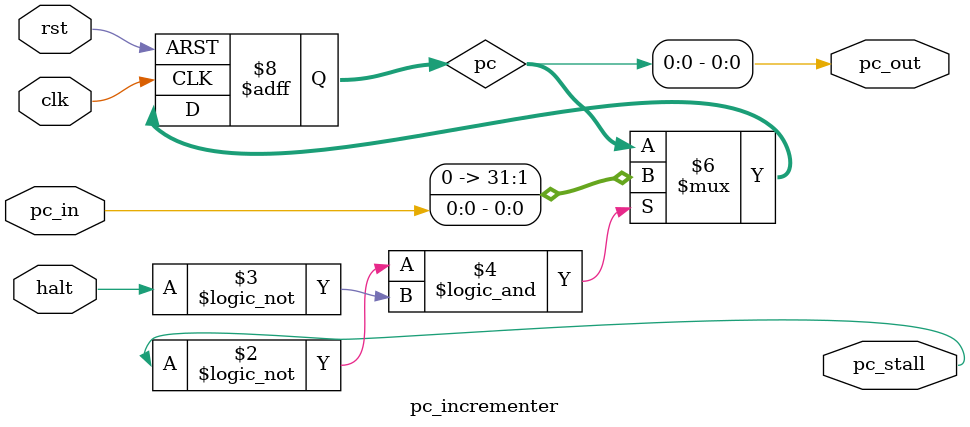
<source format=v>
module pc_incrementer (
    input  wire        clk,
    input  wire        rst,            
    input  wire        pc_in, 
    input  wire        halt,
    output wire        pc_stall,
    output wire        pc_out
    
);


    reg [31:0] pc;

    always @(posedge clk or posedge rst) begin
        if (rst)
            pc <= 32'd0;    // Freeze PC if stalling OR if sticky halt is set
        
        else if (!pc_stall && !halt) 
            pc <= pc_in; 
    end

    assign pc_out = pc;
    
    assign pc_plus_one_out = pc + 1;

endmodule
</source>
